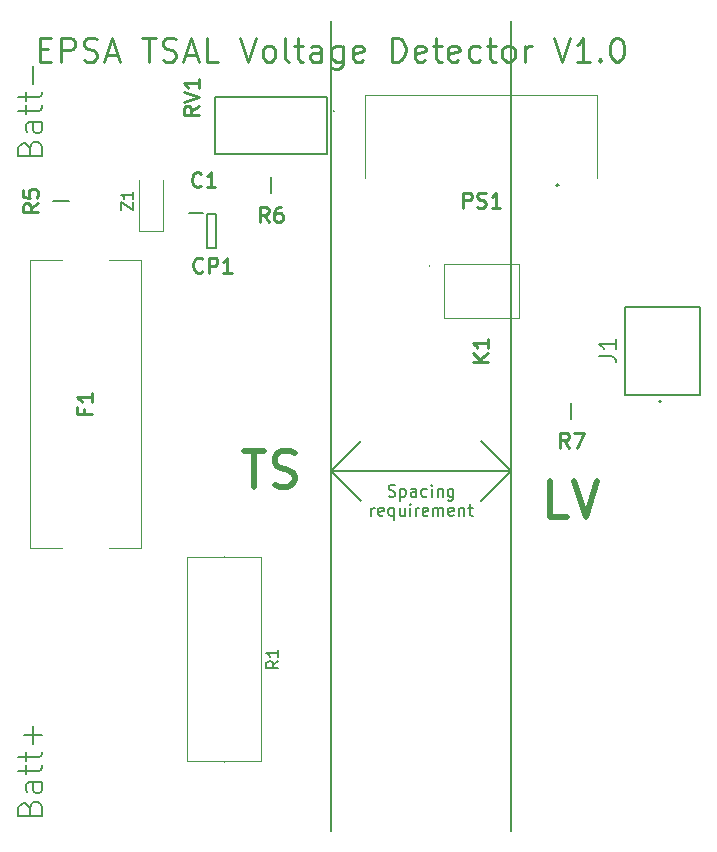
<source format=gbr>
%TF.GenerationSoftware,KiCad,Pcbnew,(6.0.8)*%
%TF.CreationDate,2023-01-11T15:10:29+01:00*%
%TF.ProjectId,TSAL_Voltage_Sensor,5453414c-5f56-46f6-9c74-6167655f5365,rev?*%
%TF.SameCoordinates,Original*%
%TF.FileFunction,Legend,Top*%
%TF.FilePolarity,Positive*%
%FSLAX46Y46*%
G04 Gerber Fmt 4.6, Leading zero omitted, Abs format (unit mm)*
G04 Created by KiCad (PCBNEW (6.0.8)) date 2023-01-11 15:10:29*
%MOMM*%
%LPD*%
G01*
G04 APERTURE LIST*
%ADD10C,0.150000*%
%ADD11C,0.200000*%
%ADD12C,0.500000*%
%ADD13C,0.250000*%
%ADD14C,0.254000*%
%ADD15C,0.100000*%
%ADD16C,0.120000*%
%ADD17C,0.127000*%
G04 APERTURE END LIST*
D10*
X119380000Y-55880000D02*
X119380000Y-124460000D01*
X106680000Y-96520000D02*
X104140000Y-93980000D01*
X116840000Y-91440000D02*
X119380000Y-93980000D01*
X104140000Y-93980000D02*
X106680000Y-91440000D01*
X104140000Y-55880000D02*
X104140000Y-124460000D01*
X104140000Y-93980000D02*
X119380000Y-93980000D01*
X119380000Y-93980000D02*
X116840000Y-96520000D01*
X106680000Y-91440000D02*
X104140000Y-93980000D01*
D11*
X78597142Y-122522857D02*
X78692380Y-122237142D01*
X78787619Y-122141904D01*
X78978095Y-122046666D01*
X79263809Y-122046666D01*
X79454285Y-122141904D01*
X79549523Y-122237142D01*
X79644761Y-122427619D01*
X79644761Y-123189523D01*
X77644761Y-123189523D01*
X77644761Y-122522857D01*
X77740000Y-122332380D01*
X77835238Y-122237142D01*
X78025714Y-122141904D01*
X78216190Y-122141904D01*
X78406666Y-122237142D01*
X78501904Y-122332380D01*
X78597142Y-122522857D01*
X78597142Y-123189523D01*
X79644761Y-120332380D02*
X78597142Y-120332380D01*
X78406666Y-120427619D01*
X78311428Y-120618095D01*
X78311428Y-120999047D01*
X78406666Y-121189523D01*
X79549523Y-120332380D02*
X79644761Y-120522857D01*
X79644761Y-120999047D01*
X79549523Y-121189523D01*
X79359047Y-121284761D01*
X79168571Y-121284761D01*
X78978095Y-121189523D01*
X78882857Y-120999047D01*
X78882857Y-120522857D01*
X78787619Y-120332380D01*
X78311428Y-119665714D02*
X78311428Y-118903809D01*
X77644761Y-119380000D02*
X79359047Y-119380000D01*
X79549523Y-119284761D01*
X79644761Y-119094285D01*
X79644761Y-118903809D01*
X78311428Y-118522857D02*
X78311428Y-117760952D01*
X77644761Y-118237142D02*
X79359047Y-118237142D01*
X79549523Y-118141904D01*
X79644761Y-117951428D01*
X79644761Y-117760952D01*
X78882857Y-117094285D02*
X78882857Y-115570476D01*
X79644761Y-116332380D02*
X78120952Y-116332380D01*
D12*
X96774285Y-92337142D02*
X98488571Y-92337142D01*
X97631428Y-95337142D02*
X97631428Y-92337142D01*
X99345714Y-95194285D02*
X99774285Y-95337142D01*
X100488571Y-95337142D01*
X100774285Y-95194285D01*
X100917142Y-95051428D01*
X101060000Y-94765714D01*
X101060000Y-94480000D01*
X100917142Y-94194285D01*
X100774285Y-94051428D01*
X100488571Y-93908571D01*
X99917142Y-93765714D01*
X99631428Y-93622857D01*
X99488571Y-93480000D01*
X99345714Y-93194285D01*
X99345714Y-92908571D01*
X99488571Y-92622857D01*
X99631428Y-92480000D01*
X99917142Y-92337142D01*
X100631428Y-92337142D01*
X101060000Y-92480000D01*
D13*
X79486808Y-58281232D02*
X80153475Y-58281232D01*
X80439189Y-59328851D02*
X79486808Y-59328851D01*
X79486808Y-57328851D01*
X80439189Y-57328851D01*
X81296332Y-59328851D02*
X81296332Y-57328851D01*
X82058236Y-57328851D01*
X82248713Y-57424090D01*
X82343951Y-57519328D01*
X82439189Y-57709804D01*
X82439189Y-57995518D01*
X82343951Y-58185994D01*
X82248713Y-58281232D01*
X82058236Y-58376470D01*
X81296332Y-58376470D01*
X83201094Y-59233613D02*
X83486808Y-59328851D01*
X83962998Y-59328851D01*
X84153475Y-59233613D01*
X84248713Y-59138375D01*
X84343951Y-58947899D01*
X84343951Y-58757423D01*
X84248713Y-58566947D01*
X84153475Y-58471709D01*
X83962998Y-58376470D01*
X83582046Y-58281232D01*
X83391570Y-58185994D01*
X83296332Y-58090756D01*
X83201094Y-57900280D01*
X83201094Y-57709804D01*
X83296332Y-57519328D01*
X83391570Y-57424090D01*
X83582046Y-57328851D01*
X84058236Y-57328851D01*
X84343951Y-57424090D01*
X85105855Y-58757423D02*
X86058236Y-58757423D01*
X84915379Y-59328851D02*
X85582046Y-57328851D01*
X86248713Y-59328851D01*
X88153475Y-57328851D02*
X89296332Y-57328851D01*
X88724903Y-59328851D02*
X88724903Y-57328851D01*
X89867760Y-59233613D02*
X90153475Y-59328851D01*
X90629665Y-59328851D01*
X90820141Y-59233613D01*
X90915379Y-59138375D01*
X91010617Y-58947899D01*
X91010617Y-58757423D01*
X90915379Y-58566947D01*
X90820141Y-58471709D01*
X90629665Y-58376470D01*
X90248713Y-58281232D01*
X90058236Y-58185994D01*
X89962998Y-58090756D01*
X89867760Y-57900280D01*
X89867760Y-57709804D01*
X89962998Y-57519328D01*
X90058236Y-57424090D01*
X90248713Y-57328851D01*
X90724903Y-57328851D01*
X91010617Y-57424090D01*
X91772522Y-58757423D02*
X92724903Y-58757423D01*
X91582046Y-59328851D02*
X92248713Y-57328851D01*
X92915379Y-59328851D01*
X94534427Y-59328851D02*
X93582046Y-59328851D01*
X93582046Y-57328851D01*
X96439189Y-57328851D02*
X97105855Y-59328851D01*
X97772522Y-57328851D01*
X98724903Y-59328851D02*
X98534427Y-59233613D01*
X98439189Y-59138375D01*
X98343951Y-58947899D01*
X98343951Y-58376470D01*
X98439189Y-58185994D01*
X98534427Y-58090756D01*
X98724903Y-57995518D01*
X99010617Y-57995518D01*
X99201094Y-58090756D01*
X99296332Y-58185994D01*
X99391570Y-58376470D01*
X99391570Y-58947899D01*
X99296332Y-59138375D01*
X99201094Y-59233613D01*
X99010617Y-59328851D01*
X98724903Y-59328851D01*
X100534427Y-59328851D02*
X100343951Y-59233613D01*
X100248713Y-59043137D01*
X100248713Y-57328851D01*
X101010617Y-57995518D02*
X101772522Y-57995518D01*
X101296332Y-57328851D02*
X101296332Y-59043137D01*
X101391570Y-59233613D01*
X101582046Y-59328851D01*
X101772522Y-59328851D01*
X103296332Y-59328851D02*
X103296332Y-58281232D01*
X103201094Y-58090756D01*
X103010617Y-57995518D01*
X102629665Y-57995518D01*
X102439189Y-58090756D01*
X103296332Y-59233613D02*
X103105855Y-59328851D01*
X102629665Y-59328851D01*
X102439189Y-59233613D01*
X102343951Y-59043137D01*
X102343951Y-58852661D01*
X102439189Y-58662185D01*
X102629665Y-58566947D01*
X103105855Y-58566947D01*
X103296332Y-58471709D01*
X105105855Y-57995518D02*
X105105855Y-59614566D01*
X105010617Y-59805042D01*
X104915379Y-59900280D01*
X104724903Y-59995518D01*
X104439189Y-59995518D01*
X104248713Y-59900280D01*
X105105855Y-59233613D02*
X104915379Y-59328851D01*
X104534427Y-59328851D01*
X104343951Y-59233613D01*
X104248713Y-59138375D01*
X104153475Y-58947899D01*
X104153475Y-58376470D01*
X104248713Y-58185994D01*
X104343951Y-58090756D01*
X104534427Y-57995518D01*
X104915379Y-57995518D01*
X105105855Y-58090756D01*
X106820141Y-59233613D02*
X106629665Y-59328851D01*
X106248713Y-59328851D01*
X106058236Y-59233613D01*
X105962998Y-59043137D01*
X105962998Y-58281232D01*
X106058236Y-58090756D01*
X106248713Y-57995518D01*
X106629665Y-57995518D01*
X106820141Y-58090756D01*
X106915379Y-58281232D01*
X106915379Y-58471709D01*
X105962998Y-58662185D01*
X109296332Y-59328851D02*
X109296332Y-57328851D01*
X109772522Y-57328851D01*
X110058236Y-57424090D01*
X110248713Y-57614566D01*
X110343951Y-57805042D01*
X110439189Y-58185994D01*
X110439189Y-58471709D01*
X110343951Y-58852661D01*
X110248713Y-59043137D01*
X110058236Y-59233613D01*
X109772522Y-59328851D01*
X109296332Y-59328851D01*
X112058236Y-59233613D02*
X111867760Y-59328851D01*
X111486808Y-59328851D01*
X111296332Y-59233613D01*
X111201094Y-59043137D01*
X111201094Y-58281232D01*
X111296332Y-58090756D01*
X111486808Y-57995518D01*
X111867760Y-57995518D01*
X112058236Y-58090756D01*
X112153474Y-58281232D01*
X112153474Y-58471709D01*
X111201094Y-58662185D01*
X112724903Y-57995518D02*
X113486808Y-57995518D01*
X113010617Y-57328851D02*
X113010617Y-59043137D01*
X113105855Y-59233613D01*
X113296332Y-59328851D01*
X113486808Y-59328851D01*
X114915379Y-59233613D02*
X114724903Y-59328851D01*
X114343951Y-59328851D01*
X114153475Y-59233613D01*
X114058236Y-59043137D01*
X114058236Y-58281232D01*
X114153475Y-58090756D01*
X114343951Y-57995518D01*
X114724903Y-57995518D01*
X114915379Y-58090756D01*
X115010617Y-58281232D01*
X115010617Y-58471709D01*
X114058236Y-58662185D01*
X116724903Y-59233613D02*
X116534427Y-59328851D01*
X116153475Y-59328851D01*
X115962998Y-59233613D01*
X115867760Y-59138375D01*
X115772522Y-58947899D01*
X115772522Y-58376470D01*
X115867760Y-58185994D01*
X115962998Y-58090756D01*
X116153475Y-57995518D01*
X116534427Y-57995518D01*
X116724903Y-58090756D01*
X117296332Y-57995518D02*
X118058236Y-57995518D01*
X117582046Y-57328851D02*
X117582046Y-59043137D01*
X117677284Y-59233613D01*
X117867760Y-59328851D01*
X118058236Y-59328851D01*
X119010617Y-59328851D02*
X118820141Y-59233613D01*
X118724903Y-59138375D01*
X118629665Y-58947899D01*
X118629665Y-58376470D01*
X118724903Y-58185994D01*
X118820141Y-58090756D01*
X119010617Y-57995518D01*
X119296332Y-57995518D01*
X119486808Y-58090756D01*
X119582046Y-58185994D01*
X119677284Y-58376470D01*
X119677284Y-58947899D01*
X119582046Y-59138375D01*
X119486808Y-59233613D01*
X119296332Y-59328851D01*
X119010617Y-59328851D01*
X120534427Y-59328851D02*
X120534427Y-57995518D01*
X120534427Y-58376470D02*
X120629665Y-58185994D01*
X120724903Y-58090756D01*
X120915379Y-57995518D01*
X121105855Y-57995518D01*
X123010617Y-57328851D02*
X123677284Y-59328851D01*
X124343951Y-57328851D01*
X126058236Y-59328851D02*
X124915379Y-59328851D01*
X125486808Y-59328851D02*
X125486808Y-57328851D01*
X125296332Y-57614566D01*
X125105855Y-57805042D01*
X124915379Y-57900280D01*
X126915379Y-59138375D02*
X127010617Y-59233613D01*
X126915379Y-59328851D01*
X126820141Y-59233613D01*
X126915379Y-59138375D01*
X126915379Y-59328851D01*
X128248713Y-57328851D02*
X128439189Y-57328851D01*
X128629665Y-57424090D01*
X128724903Y-57519328D01*
X128820141Y-57709804D01*
X128915379Y-58090756D01*
X128915379Y-58566947D01*
X128820141Y-58947899D01*
X128724903Y-59138375D01*
X128629665Y-59233613D01*
X128439189Y-59328851D01*
X128248713Y-59328851D01*
X128058236Y-59233613D01*
X127962998Y-59138375D01*
X127867760Y-58947899D01*
X127772522Y-58566947D01*
X127772522Y-58090756D01*
X127867760Y-57709804D01*
X127962998Y-57519328D01*
X128058236Y-57424090D01*
X128248713Y-57328851D01*
D10*
X108998095Y-96119761D02*
X109140952Y-96167380D01*
X109379047Y-96167380D01*
X109474285Y-96119761D01*
X109521904Y-96072142D01*
X109569523Y-95976904D01*
X109569523Y-95881666D01*
X109521904Y-95786428D01*
X109474285Y-95738809D01*
X109379047Y-95691190D01*
X109188571Y-95643571D01*
X109093333Y-95595952D01*
X109045714Y-95548333D01*
X108998095Y-95453095D01*
X108998095Y-95357857D01*
X109045714Y-95262619D01*
X109093333Y-95215000D01*
X109188571Y-95167380D01*
X109426666Y-95167380D01*
X109569523Y-95215000D01*
X109998095Y-95500714D02*
X109998095Y-96500714D01*
X109998095Y-95548333D02*
X110093333Y-95500714D01*
X110283809Y-95500714D01*
X110379047Y-95548333D01*
X110426666Y-95595952D01*
X110474285Y-95691190D01*
X110474285Y-95976904D01*
X110426666Y-96072142D01*
X110379047Y-96119761D01*
X110283809Y-96167380D01*
X110093333Y-96167380D01*
X109998095Y-96119761D01*
X111331428Y-96167380D02*
X111331428Y-95643571D01*
X111283809Y-95548333D01*
X111188571Y-95500714D01*
X110998095Y-95500714D01*
X110902857Y-95548333D01*
X111331428Y-96119761D02*
X111236190Y-96167380D01*
X110998095Y-96167380D01*
X110902857Y-96119761D01*
X110855238Y-96024523D01*
X110855238Y-95929285D01*
X110902857Y-95834047D01*
X110998095Y-95786428D01*
X111236190Y-95786428D01*
X111331428Y-95738809D01*
X112236190Y-96119761D02*
X112140952Y-96167380D01*
X111950476Y-96167380D01*
X111855238Y-96119761D01*
X111807619Y-96072142D01*
X111760000Y-95976904D01*
X111760000Y-95691190D01*
X111807619Y-95595952D01*
X111855238Y-95548333D01*
X111950476Y-95500714D01*
X112140952Y-95500714D01*
X112236190Y-95548333D01*
X112664761Y-96167380D02*
X112664761Y-95500714D01*
X112664761Y-95167380D02*
X112617142Y-95215000D01*
X112664761Y-95262619D01*
X112712380Y-95215000D01*
X112664761Y-95167380D01*
X112664761Y-95262619D01*
X113140952Y-95500714D02*
X113140952Y-96167380D01*
X113140952Y-95595952D02*
X113188571Y-95548333D01*
X113283809Y-95500714D01*
X113426666Y-95500714D01*
X113521904Y-95548333D01*
X113569523Y-95643571D01*
X113569523Y-96167380D01*
X114474285Y-95500714D02*
X114474285Y-96310238D01*
X114426666Y-96405476D01*
X114379047Y-96453095D01*
X114283809Y-96500714D01*
X114140952Y-96500714D01*
X114045714Y-96453095D01*
X114474285Y-96119761D02*
X114379047Y-96167380D01*
X114188571Y-96167380D01*
X114093333Y-96119761D01*
X114045714Y-96072142D01*
X113998095Y-95976904D01*
X113998095Y-95691190D01*
X114045714Y-95595952D01*
X114093333Y-95548333D01*
X114188571Y-95500714D01*
X114379047Y-95500714D01*
X114474285Y-95548333D01*
X107545714Y-97777380D02*
X107545714Y-97110714D01*
X107545714Y-97301190D02*
X107593333Y-97205952D01*
X107640952Y-97158333D01*
X107736190Y-97110714D01*
X107831428Y-97110714D01*
X108545714Y-97729761D02*
X108450476Y-97777380D01*
X108260000Y-97777380D01*
X108164761Y-97729761D01*
X108117142Y-97634523D01*
X108117142Y-97253571D01*
X108164761Y-97158333D01*
X108260000Y-97110714D01*
X108450476Y-97110714D01*
X108545714Y-97158333D01*
X108593333Y-97253571D01*
X108593333Y-97348809D01*
X108117142Y-97444047D01*
X109450476Y-97110714D02*
X109450476Y-98110714D01*
X109450476Y-97729761D02*
X109355238Y-97777380D01*
X109164761Y-97777380D01*
X109069523Y-97729761D01*
X109021904Y-97682142D01*
X108974285Y-97586904D01*
X108974285Y-97301190D01*
X109021904Y-97205952D01*
X109069523Y-97158333D01*
X109164761Y-97110714D01*
X109355238Y-97110714D01*
X109450476Y-97158333D01*
X110355238Y-97110714D02*
X110355238Y-97777380D01*
X109926666Y-97110714D02*
X109926666Y-97634523D01*
X109974285Y-97729761D01*
X110069523Y-97777380D01*
X110212380Y-97777380D01*
X110307619Y-97729761D01*
X110355238Y-97682142D01*
X110831428Y-97777380D02*
X110831428Y-97110714D01*
X110831428Y-96777380D02*
X110783809Y-96825000D01*
X110831428Y-96872619D01*
X110879047Y-96825000D01*
X110831428Y-96777380D01*
X110831428Y-96872619D01*
X111307619Y-97777380D02*
X111307619Y-97110714D01*
X111307619Y-97301190D02*
X111355238Y-97205952D01*
X111402857Y-97158333D01*
X111498095Y-97110714D01*
X111593333Y-97110714D01*
X112307619Y-97729761D02*
X112212380Y-97777380D01*
X112021904Y-97777380D01*
X111926666Y-97729761D01*
X111879047Y-97634523D01*
X111879047Y-97253571D01*
X111926666Y-97158333D01*
X112021904Y-97110714D01*
X112212380Y-97110714D01*
X112307619Y-97158333D01*
X112355238Y-97253571D01*
X112355238Y-97348809D01*
X111879047Y-97444047D01*
X112783809Y-97777380D02*
X112783809Y-97110714D01*
X112783809Y-97205952D02*
X112831428Y-97158333D01*
X112926666Y-97110714D01*
X113069523Y-97110714D01*
X113164761Y-97158333D01*
X113212380Y-97253571D01*
X113212380Y-97777380D01*
X113212380Y-97253571D02*
X113260000Y-97158333D01*
X113355238Y-97110714D01*
X113498095Y-97110714D01*
X113593333Y-97158333D01*
X113640952Y-97253571D01*
X113640952Y-97777380D01*
X114498095Y-97729761D02*
X114402857Y-97777380D01*
X114212380Y-97777380D01*
X114117142Y-97729761D01*
X114069523Y-97634523D01*
X114069523Y-97253571D01*
X114117142Y-97158333D01*
X114212380Y-97110714D01*
X114402857Y-97110714D01*
X114498095Y-97158333D01*
X114545714Y-97253571D01*
X114545714Y-97348809D01*
X114069523Y-97444047D01*
X114974285Y-97110714D02*
X114974285Y-97777380D01*
X114974285Y-97205952D02*
X115021904Y-97158333D01*
X115117142Y-97110714D01*
X115260000Y-97110714D01*
X115355238Y-97158333D01*
X115402857Y-97253571D01*
X115402857Y-97777380D01*
X115736190Y-97110714D02*
X116117142Y-97110714D01*
X115879047Y-96777380D02*
X115879047Y-97634523D01*
X115926666Y-97729761D01*
X116021904Y-97777380D01*
X116117142Y-97777380D01*
D11*
X78597142Y-66642857D02*
X78692380Y-66357142D01*
X78787619Y-66261904D01*
X78978095Y-66166666D01*
X79263809Y-66166666D01*
X79454285Y-66261904D01*
X79549523Y-66357142D01*
X79644761Y-66547619D01*
X79644761Y-67309523D01*
X77644761Y-67309523D01*
X77644761Y-66642857D01*
X77740000Y-66452380D01*
X77835238Y-66357142D01*
X78025714Y-66261904D01*
X78216190Y-66261904D01*
X78406666Y-66357142D01*
X78501904Y-66452380D01*
X78597142Y-66642857D01*
X78597142Y-67309523D01*
X79644761Y-64452380D02*
X78597142Y-64452380D01*
X78406666Y-64547619D01*
X78311428Y-64738095D01*
X78311428Y-65119047D01*
X78406666Y-65309523D01*
X79549523Y-64452380D02*
X79644761Y-64642857D01*
X79644761Y-65119047D01*
X79549523Y-65309523D01*
X79359047Y-65404761D01*
X79168571Y-65404761D01*
X78978095Y-65309523D01*
X78882857Y-65119047D01*
X78882857Y-64642857D01*
X78787619Y-64452380D01*
X78311428Y-63785714D02*
X78311428Y-63023809D01*
X77644761Y-63500000D02*
X79359047Y-63500000D01*
X79549523Y-63404761D01*
X79644761Y-63214285D01*
X79644761Y-63023809D01*
X78311428Y-62642857D02*
X78311428Y-61880952D01*
X77644761Y-62357142D02*
X79359047Y-62357142D01*
X79549523Y-62261904D01*
X79644761Y-62071428D01*
X79644761Y-61880952D01*
X78882857Y-61214285D02*
X78882857Y-59690476D01*
D12*
X124102857Y-97877142D02*
X122674285Y-97877142D01*
X122674285Y-94877142D01*
X124674285Y-94877142D02*
X125674285Y-97877142D01*
X126674285Y-94877142D01*
D14*
%TO.C,RV1*%
X92906109Y-63115952D02*
X92301347Y-63539285D01*
X92906109Y-63841666D02*
X91636109Y-63841666D01*
X91636109Y-63357857D01*
X91696586Y-63236904D01*
X91757062Y-63176428D01*
X91878014Y-63115952D01*
X92059443Y-63115952D01*
X92180395Y-63176428D01*
X92240871Y-63236904D01*
X92301347Y-63357857D01*
X92301347Y-63841666D01*
X91636109Y-62753095D02*
X92906109Y-62329761D01*
X91636109Y-61906428D01*
X92906109Y-60817857D02*
X92906109Y-61543571D01*
X92906109Y-61180714D02*
X91636109Y-61180714D01*
X91817538Y-61301666D01*
X91938490Y-61422619D01*
X91998966Y-61543571D01*
D10*
%TO.C,Z1*%
X86352380Y-71929523D02*
X86352380Y-71262857D01*
X87352380Y-71929523D01*
X87352380Y-71262857D01*
X87352380Y-70358095D02*
X87352380Y-70929523D01*
X87352380Y-70643809D02*
X86352380Y-70643809D01*
X86495238Y-70739047D01*
X86590476Y-70834285D01*
X86638095Y-70929523D01*
%TO.C,*%
D14*
%TO.C,K1*%
X117414523Y-84757380D02*
X116144523Y-84757380D01*
X117414523Y-84031666D02*
X116688809Y-84575952D01*
X116144523Y-84031666D02*
X116870238Y-84757380D01*
X117414523Y-82822142D02*
X117414523Y-83547857D01*
X117414523Y-83185000D02*
X116144523Y-83185000D01*
X116325952Y-83305952D01*
X116446904Y-83426904D01*
X116507380Y-83547857D01*
%TO.C,CP1*%
X93237321Y-77084941D02*
X93176845Y-77145417D01*
X92995416Y-77205893D01*
X92874464Y-77205893D01*
X92693035Y-77145417D01*
X92572083Y-77024465D01*
X92511607Y-76903512D01*
X92451130Y-76661608D01*
X92451130Y-76480179D01*
X92511607Y-76238274D01*
X92572083Y-76117322D01*
X92693035Y-75996370D01*
X92874464Y-75935893D01*
X92995416Y-75935893D01*
X93176845Y-75996370D01*
X93237321Y-76056846D01*
X93781607Y-77205893D02*
X93781607Y-75935893D01*
X94265416Y-75935893D01*
X94386368Y-75996370D01*
X94446845Y-76056846D01*
X94507321Y-76177798D01*
X94507321Y-76359227D01*
X94446845Y-76480179D01*
X94386368Y-76540655D01*
X94265416Y-76601131D01*
X93781607Y-76601131D01*
X95716845Y-77205893D02*
X94991130Y-77205893D01*
X95353988Y-77205893D02*
X95353988Y-75935893D01*
X95233035Y-76117322D01*
X95112083Y-76238274D01*
X94991130Y-76298750D01*
%TO.C,R7*%
X124248333Y-92014523D02*
X123825000Y-91409761D01*
X123522619Y-92014523D02*
X123522619Y-90744523D01*
X124006428Y-90744523D01*
X124127380Y-90805000D01*
X124187857Y-90865476D01*
X124248333Y-90986428D01*
X124248333Y-91167857D01*
X124187857Y-91288809D01*
X124127380Y-91349285D01*
X124006428Y-91409761D01*
X123522619Y-91409761D01*
X124671666Y-90744523D02*
X125518333Y-90744523D01*
X124974047Y-92014523D01*
D10*
%TO.C,J1*%
X126824333Y-84241666D02*
X127824333Y-84241666D01*
X128024333Y-84308333D01*
X128157666Y-84441666D01*
X128224333Y-84641666D01*
X128224333Y-84775000D01*
X128224333Y-82841666D02*
X128224333Y-83641666D01*
X128224333Y-83241666D02*
X126824333Y-83241666D01*
X127024333Y-83375000D01*
X127157666Y-83508333D01*
X127224333Y-83641666D01*
D14*
%TO.C,R5*%
X79314523Y-71331666D02*
X78709761Y-71755000D01*
X79314523Y-72057380D02*
X78044523Y-72057380D01*
X78044523Y-71573571D01*
X78105000Y-71452619D01*
X78165476Y-71392142D01*
X78286428Y-71331666D01*
X78467857Y-71331666D01*
X78588809Y-71392142D01*
X78649285Y-71452619D01*
X78709761Y-71573571D01*
X78709761Y-72057380D01*
X78044523Y-70182619D02*
X78044523Y-70787380D01*
X78649285Y-70847857D01*
X78588809Y-70787380D01*
X78528333Y-70666428D01*
X78528333Y-70364047D01*
X78588809Y-70243095D01*
X78649285Y-70182619D01*
X78770238Y-70122142D01*
X79072619Y-70122142D01*
X79193571Y-70182619D01*
X79254047Y-70243095D01*
X79314523Y-70364047D01*
X79314523Y-70666428D01*
X79254047Y-70787380D01*
X79193571Y-70847857D01*
%TO.C,F1*%
X83248402Y-88724218D02*
X83248402Y-89147551D01*
X83913640Y-89147551D02*
X82643640Y-89147551D01*
X82643640Y-88542789D01*
X83913640Y-87393742D02*
X83913640Y-88119456D01*
X83913640Y-87756599D02*
X82643640Y-87756599D01*
X82825069Y-87877551D01*
X82946021Y-87998504D01*
X83006497Y-88119456D01*
%TO.C,R6*%
X98835446Y-72913964D02*
X98412113Y-72309202D01*
X98109732Y-72913964D02*
X98109732Y-71643964D01*
X98593541Y-71643964D01*
X98714493Y-71704441D01*
X98774970Y-71764917D01*
X98835446Y-71885869D01*
X98835446Y-72067298D01*
X98774970Y-72188250D01*
X98714493Y-72248726D01*
X98593541Y-72309202D01*
X98109732Y-72309202D01*
X99924017Y-71643964D02*
X99682113Y-71643964D01*
X99561160Y-71704441D01*
X99500684Y-71764917D01*
X99379732Y-71946345D01*
X99319255Y-72188250D01*
X99319255Y-72672060D01*
X99379732Y-72793012D01*
X99440208Y-72853488D01*
X99561160Y-72913964D01*
X99803065Y-72913964D01*
X99924017Y-72853488D01*
X99984493Y-72793012D01*
X100044970Y-72672060D01*
X100044970Y-72369679D01*
X99984493Y-72248726D01*
X99924017Y-72188250D01*
X99803065Y-72127774D01*
X99561160Y-72127774D01*
X99440208Y-72188250D01*
X99379732Y-72248726D01*
X99319255Y-72369679D01*
%TO.C,C1*%
X93127922Y-69840158D02*
X93067446Y-69900634D01*
X92886017Y-69961110D01*
X92765065Y-69961110D01*
X92583636Y-69900634D01*
X92462684Y-69779682D01*
X92402208Y-69658729D01*
X92341731Y-69416825D01*
X92341731Y-69235396D01*
X92402208Y-68993491D01*
X92462684Y-68872539D01*
X92583636Y-68751587D01*
X92765065Y-68691110D01*
X92886017Y-68691110D01*
X93067446Y-68751587D01*
X93127922Y-68812063D01*
X94337446Y-69961110D02*
X93611731Y-69961110D01*
X93974589Y-69961110D02*
X93974589Y-68691110D01*
X93853636Y-68872539D01*
X93732684Y-68993491D01*
X93611731Y-69053967D01*
D10*
%TO.C,*%
%TO.C,R1*%
X99657686Y-110084488D02*
X99181496Y-110417822D01*
X99657686Y-110655917D02*
X98657686Y-110655917D01*
X98657686Y-110274964D01*
X98705306Y-110179726D01*
X98752925Y-110132107D01*
X98848163Y-110084488D01*
X98991020Y-110084488D01*
X99086258Y-110132107D01*
X99133877Y-110179726D01*
X99181496Y-110274964D01*
X99181496Y-110655917D01*
X99657686Y-109132107D02*
X99657686Y-109703536D01*
X99657686Y-109417822D02*
X98657686Y-109417822D01*
X98800544Y-109513060D01*
X98895782Y-109608298D01*
X98943401Y-109703536D01*
D14*
%TO.C,PS1*%
X115297857Y-71694523D02*
X115297857Y-70424523D01*
X115781666Y-70424523D01*
X115902619Y-70485000D01*
X115963095Y-70545476D01*
X116023571Y-70666428D01*
X116023571Y-70847857D01*
X115963095Y-70968809D01*
X115902619Y-71029285D01*
X115781666Y-71089761D01*
X115297857Y-71089761D01*
X116507380Y-71634047D02*
X116688809Y-71694523D01*
X116991190Y-71694523D01*
X117112142Y-71634047D01*
X117172619Y-71573571D01*
X117233095Y-71452619D01*
X117233095Y-71331666D01*
X117172619Y-71210714D01*
X117112142Y-71150238D01*
X116991190Y-71089761D01*
X116749285Y-71029285D01*
X116628333Y-70968809D01*
X116567857Y-70908333D01*
X116507380Y-70787380D01*
X116507380Y-70666428D01*
X116567857Y-70545476D01*
X116628333Y-70485000D01*
X116749285Y-70424523D01*
X117051666Y-70424523D01*
X117233095Y-70485000D01*
X118442619Y-71694523D02*
X117716904Y-71694523D01*
X118079761Y-71694523D02*
X118079761Y-70424523D01*
X117958809Y-70605952D01*
X117837857Y-70726904D01*
X117716904Y-70787380D01*
D11*
%TO.C,RV1*%
X103825000Y-67190000D02*
X103825000Y-62360000D01*
D15*
X104300000Y-63500000D02*
X104300000Y-63500000D01*
D11*
X94295000Y-67190000D02*
X103825000Y-67190000D01*
X94295000Y-62360000D02*
X94295000Y-67190000D01*
X103825000Y-62360000D02*
X94295000Y-62360000D01*
D15*
X104400000Y-63500000D02*
X104400000Y-63500000D01*
X104400000Y-63500000D02*
G75*
G03*
X104300000Y-63500000I-50000J0D01*
G01*
X104300000Y-63500000D02*
G75*
G03*
X104400000Y-63500000I50000J0D01*
G01*
D16*
%TO.C,Z1*%
X89900000Y-73670000D02*
X89900000Y-69370000D01*
X87900000Y-69370000D02*
X87900000Y-73670000D01*
X87900000Y-73670000D02*
X89900000Y-73670000D01*
D15*
%TO.C,K1*%
X113665000Y-76454000D02*
X120015000Y-76454000D01*
X120015000Y-76454000D02*
X120015000Y-81026000D01*
X113665000Y-81026000D02*
X113665000Y-76454000D01*
X112440000Y-76540000D02*
X112440000Y-76540000D01*
X112440000Y-76640000D02*
X112440000Y-76640000D01*
X120015000Y-81026000D02*
X113665000Y-81026000D01*
X112440000Y-76640000D02*
G75*
G03*
X112440000Y-76540000I0J50000D01*
G01*
X112440000Y-76540000D02*
G75*
G03*
X112440000Y-76640000I0J-50000D01*
G01*
D11*
%TO.C,CP1*%
X93605000Y-72210000D02*
X94355000Y-72210000D01*
X94355000Y-75110000D02*
X93605000Y-75110000D01*
X93605000Y-75110000D02*
X93605000Y-72210000D01*
X92105000Y-72160000D02*
X93255000Y-72160000D01*
X94355000Y-72210000D02*
X94355000Y-75110000D01*
%TO.C,R7*%
X124460000Y-89600000D02*
X124460000Y-88200000D01*
D17*
%TO.C,J1*%
X135330000Y-80085000D02*
X128980000Y-80085000D01*
X128980000Y-87555000D02*
X135330000Y-87555000D01*
X128980000Y-80085000D02*
X128980000Y-87555000D01*
X135330000Y-87555000D02*
X135330000Y-80085000D01*
D11*
X132080000Y-88120000D02*
G75*
G03*
X132080000Y-88120000I-100000J0D01*
G01*
%TO.C,R5*%
X81980000Y-71120000D02*
X80580000Y-71120000D01*
D15*
%TO.C,F1*%
X88039117Y-76100885D02*
X85339117Y-76100885D01*
X81339117Y-100500885D02*
X78639117Y-100500885D01*
X85339117Y-100500885D02*
X88039117Y-100500885D01*
X78639117Y-100500885D02*
X78639117Y-76100885D01*
X78639117Y-76100885D02*
X81339117Y-76100885D01*
X88039117Y-100500885D02*
X88039117Y-76100885D01*
D11*
%TO.C,R6*%
X99035212Y-70499441D02*
X99035212Y-69099441D01*
D16*
%TO.C,R1*%
X91965306Y-118537822D02*
X98205306Y-118537822D01*
X98205306Y-118537822D02*
X98205306Y-101297822D01*
X91965306Y-101297822D02*
X91965306Y-118537822D01*
X95085306Y-101197822D02*
X95085306Y-101297822D01*
X95085306Y-118637822D02*
X95085306Y-118537822D01*
X98205306Y-101297822D02*
X91965306Y-101297822D01*
D11*
%TO.C,PS1*%
X123190000Y-69815000D02*
X123190000Y-69815000D01*
D15*
X107015000Y-62165000D02*
X107015000Y-69215000D01*
X126665000Y-69215000D02*
X126665000Y-62165000D01*
X126665000Y-62165000D02*
X107015000Y-62165000D01*
D11*
X123390000Y-69815000D02*
X123390000Y-69815000D01*
X123390000Y-69815000D02*
G75*
G03*
X123190000Y-69815000I-100000J0D01*
G01*
X123190000Y-69815000D02*
G75*
G03*
X123390000Y-69815000I100000J0D01*
G01*
%TD*%
M02*

</source>
